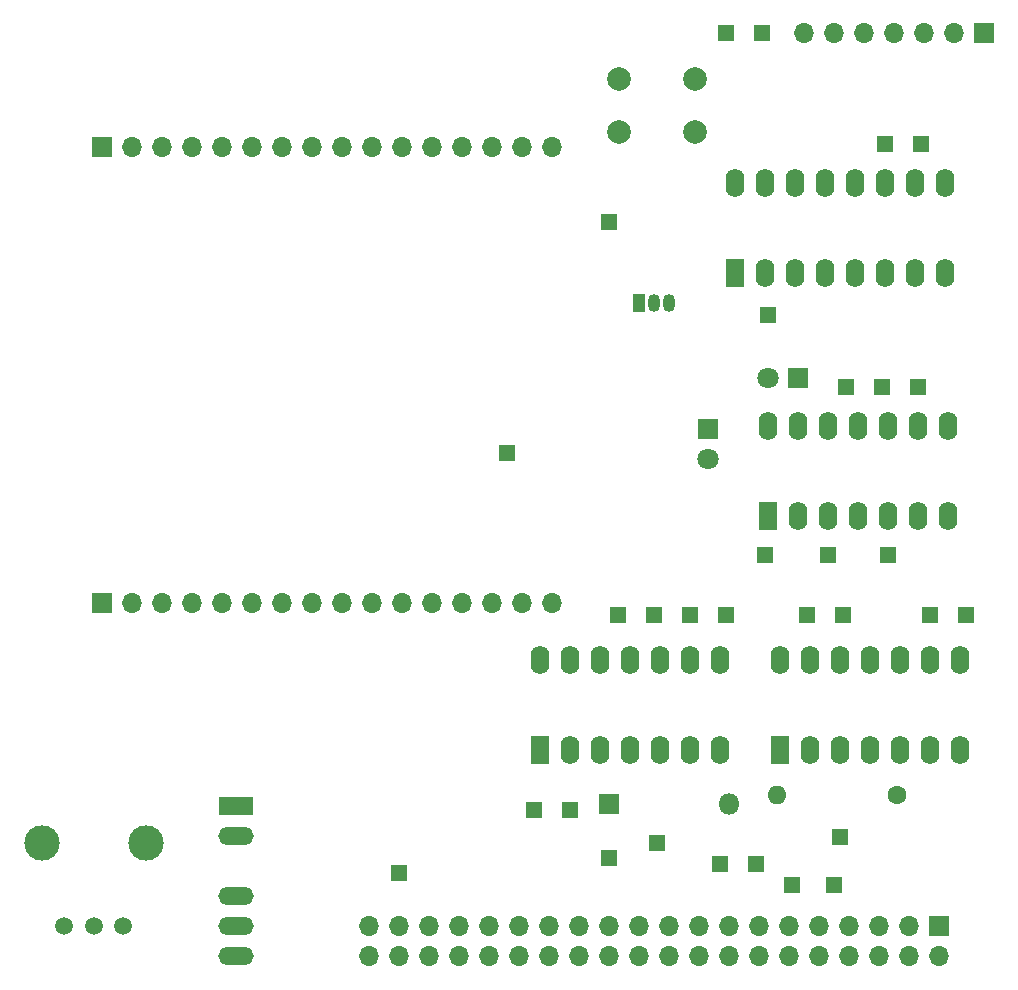
<source format=gbr>
%TF.GenerationSoftware,KiCad,Pcbnew,7.0.10-7.0.10~ubuntu20.04.1*%
%TF.CreationDate,2024-01-09T21:32:10+01:00*%
%TF.ProjectId,Unicomp_LCD_Board,556e6963-6f6d-4705-9f4c-43445f426f61,rev?*%
%TF.SameCoordinates,Original*%
%TF.FileFunction,Soldermask,Top*%
%TF.FilePolarity,Negative*%
%FSLAX46Y46*%
G04 Gerber Fmt 4.6, Leading zero omitted, Abs format (unit mm)*
G04 Created by KiCad (PCBNEW 7.0.10-7.0.10~ubuntu20.04.1) date 2024-01-09 21:32:10*
%MOMM*%
%LPD*%
G01*
G04 APERTURE LIST*
%ADD10R,1.700000X1.700000*%
%ADD11O,1.700000X1.700000*%
%ADD12R,1.350000X1.350000*%
%ADD13C,1.600000*%
%ADD14O,1.600000X1.600000*%
%ADD15R,1.600000X2.400000*%
%ADD16O,1.600000X2.400000*%
%ADD17R,1.800000X1.800000*%
%ADD18C,1.800000*%
%ADD19R,3.000000X1.500000*%
%ADD20O,3.000000X1.500000*%
%ADD21C,3.000000*%
%ADD22C,1.500000*%
%ADD23C,2.000000*%
%ADD24R,1.050000X1.500000*%
%ADD25O,1.050000X1.500000*%
%ADD26O,1.800000X1.800000*%
G04 APERTURE END LIST*
D10*
%TO.C,U7*%
X79756000Y-72644000D03*
D11*
X82296000Y-72644000D03*
X84836000Y-72644000D03*
X87376000Y-72644000D03*
X89916000Y-72644000D03*
X92456000Y-72644000D03*
X94996000Y-72644000D03*
X97536000Y-72644000D03*
X100076000Y-72644000D03*
X102616000Y-72644000D03*
X105156000Y-72644000D03*
X107696000Y-72644000D03*
X110236000Y-72644000D03*
X112776000Y-72644000D03*
X115316000Y-72644000D03*
X117856000Y-72644000D03*
%TD*%
D12*
%TO.C,J9*%
X132588000Y-73660000D03*
%TD*%
%TO.C,J30*%
X132588000Y-24384000D03*
%TD*%
%TO.C,J2*%
X142240000Y-92456000D03*
%TD*%
%TO.C,J14*%
X138176000Y-96520000D03*
%TD*%
%TO.C,J12*%
X149860000Y-73660000D03*
%TD*%
%TO.C,J16*%
X132080000Y-94742000D03*
%TD*%
%TO.C,J28*%
X136144000Y-48260000D03*
%TD*%
D13*
%TO.C,R1*%
X147066000Y-88900000D03*
D14*
X136906000Y-88900000D03*
%TD*%
D12*
%TO.C,J23*%
X139446000Y-73660000D03*
%TD*%
%TO.C,J31*%
X135636000Y-24384000D03*
%TD*%
D10*
%TO.C,J1*%
X150600000Y-100000000D03*
D11*
X150600000Y-102540000D03*
X148060000Y-100000000D03*
X148060000Y-102540000D03*
X145520000Y-100000000D03*
X145520000Y-102540000D03*
X142980000Y-100000000D03*
X142980000Y-102540000D03*
X140440000Y-100000000D03*
X140440000Y-102540000D03*
X137900000Y-100000000D03*
X137900000Y-102540000D03*
X135360000Y-100000000D03*
X135360000Y-102540000D03*
X132820000Y-100000000D03*
X132820000Y-102540000D03*
X130280000Y-100000000D03*
X130280000Y-102540000D03*
X127740000Y-100000000D03*
X127740000Y-102540000D03*
X125200000Y-100000000D03*
X125200000Y-102540000D03*
X122660000Y-100000000D03*
X122660000Y-102540000D03*
X120120000Y-100000000D03*
X120120000Y-102540000D03*
X117580000Y-100000000D03*
X117580000Y-102540000D03*
X115040000Y-100000000D03*
X115040000Y-102540000D03*
X112500000Y-100000000D03*
X112500000Y-102540000D03*
X109960000Y-100000000D03*
X109960000Y-102540000D03*
X107420000Y-100000000D03*
X107420000Y-102540000D03*
X104880000Y-100000000D03*
X104880000Y-102540000D03*
X102340000Y-100000000D03*
X102340000Y-102540000D03*
%TD*%
D12*
%TO.C,J7*%
X145796000Y-54356000D03*
%TD*%
%TO.C,J3*%
X126746000Y-92964000D03*
%TD*%
D15*
%TO.C,U3*%
X116840000Y-85090000D03*
D16*
X119380000Y-85090000D03*
X121920000Y-85090000D03*
X124460000Y-85090000D03*
X127000000Y-85090000D03*
X129540000Y-85090000D03*
X132080000Y-85090000D03*
X132080000Y-77470000D03*
X129540000Y-77470000D03*
X127000000Y-77470000D03*
X124460000Y-77470000D03*
X121920000Y-77470000D03*
X119380000Y-77470000D03*
X116840000Y-77470000D03*
%TD*%
D15*
%TO.C,U2*%
X137155000Y-85080000D03*
D16*
X139695000Y-85080000D03*
X142235000Y-85080000D03*
X144775000Y-85080000D03*
X147315000Y-85080000D03*
X149855000Y-85080000D03*
X152395000Y-85080000D03*
X152395000Y-77460000D03*
X149855000Y-77460000D03*
X147315000Y-77460000D03*
X144775000Y-77460000D03*
X142235000Y-77460000D03*
X139695000Y-77460000D03*
X137155000Y-77460000D03*
%TD*%
D12*
%TO.C,J25*%
X123444000Y-73660000D03*
%TD*%
%TO.C,J21*%
X142748000Y-54356000D03*
%TD*%
D17*
%TO.C,D2*%
X131064000Y-57912000D03*
D18*
X131064000Y-60452000D03*
%TD*%
D19*
%TO.C,U4*%
X91072250Y-89775750D03*
D20*
X91072250Y-92315750D03*
X91072250Y-97395750D03*
X91072250Y-99935750D03*
X91072250Y-102475750D03*
%TD*%
D12*
%TO.C,J24*%
X135890000Y-68580000D03*
%TD*%
%TO.C,J33*%
X122682000Y-40386000D03*
%TD*%
%TO.C,J29*%
X122682000Y-94234000D03*
%TD*%
%TO.C,J6*%
X104902000Y-95504000D03*
%TD*%
%TO.C,J18*%
X146304000Y-68580000D03*
%TD*%
%TO.C,J13*%
X129540000Y-73660000D03*
%TD*%
%TO.C,J27*%
X146050000Y-33782000D03*
%TD*%
D17*
%TO.C,D3*%
X138684000Y-53594000D03*
D18*
X136144000Y-53594000D03*
%TD*%
D12*
%TO.C,J20*%
X141224000Y-68580000D03*
%TD*%
D15*
%TO.C,U5*%
X136144000Y-65278000D03*
D16*
X138684000Y-65278000D03*
X141224000Y-65278000D03*
X143764000Y-65278000D03*
X146304000Y-65278000D03*
X148844000Y-65278000D03*
X151384000Y-65278000D03*
X151384000Y-57658000D03*
X148844000Y-57658000D03*
X146304000Y-57658000D03*
X143764000Y-57658000D03*
X141224000Y-57658000D03*
X138684000Y-57658000D03*
X136144000Y-57658000D03*
%TD*%
D21*
%TO.C,RV2*%
X74676000Y-92964000D03*
D22*
X76576000Y-99964000D03*
D21*
X83476000Y-92964000D03*
D22*
X79076000Y-99964000D03*
X81576000Y-99964000D03*
%TD*%
D12*
%TO.C,J17*%
X135128000Y-94742000D03*
%TD*%
D10*
%TO.C,U1*%
X79756000Y-34036000D03*
D11*
X82296000Y-34036000D03*
X84836000Y-34036000D03*
X87376000Y-34036000D03*
X89916000Y-34036000D03*
X92456000Y-34036000D03*
X94996000Y-34036000D03*
X97536000Y-34036000D03*
X100076000Y-34036000D03*
X102616000Y-34036000D03*
X105156000Y-34036000D03*
X107696000Y-34036000D03*
X110236000Y-34036000D03*
X112776000Y-34036000D03*
X115316000Y-34036000D03*
X117856000Y-34036000D03*
%TD*%
D15*
%TO.C,U6*%
X133350000Y-44704000D03*
D16*
X135890000Y-44704000D03*
X138430000Y-44704000D03*
X140970000Y-44704000D03*
X143510000Y-44704000D03*
X146050000Y-44704000D03*
X148590000Y-44704000D03*
X151130000Y-44704000D03*
X151130000Y-37084000D03*
X148590000Y-37084000D03*
X146050000Y-37084000D03*
X143510000Y-37084000D03*
X140970000Y-37084000D03*
X138430000Y-37084000D03*
X135890000Y-37084000D03*
X133350000Y-37084000D03*
%TD*%
D12*
%TO.C,J4*%
X119380000Y-90170000D03*
%TD*%
D23*
%TO.C,SW1*%
X123496000Y-28230000D03*
X129996000Y-28230000D03*
X123496000Y-32730000D03*
X129996000Y-32730000D03*
%TD*%
D12*
%TO.C,J26*%
X149098000Y-33782000D03*
%TD*%
D24*
%TO.C,Q1*%
X125222000Y-47244000D03*
D25*
X126492000Y-47244000D03*
X127762000Y-47244000D03*
%TD*%
D12*
%TO.C,J19*%
X126492000Y-73660000D03*
%TD*%
D17*
%TO.C,D1*%
X122682000Y-89662000D03*
D26*
X132842000Y-89662000D03*
%TD*%
D12*
%TO.C,J5*%
X116332000Y-90170000D03*
%TD*%
%TO.C,J10*%
X114046000Y-59944000D03*
%TD*%
%TO.C,J22*%
X152908000Y-73660000D03*
%TD*%
%TO.C,J15*%
X142494000Y-73660000D03*
%TD*%
%TO.C,J11*%
X141732000Y-96520000D03*
%TD*%
D10*
%TO.C,J32*%
X154432000Y-24384000D03*
D11*
X151892000Y-24384000D03*
X149352000Y-24384000D03*
X146812000Y-24384000D03*
X144272000Y-24384000D03*
X141732000Y-24384000D03*
X139192000Y-24384000D03*
%TD*%
D12*
%TO.C,J8*%
X148844000Y-54356000D03*
%TD*%
M02*

</source>
